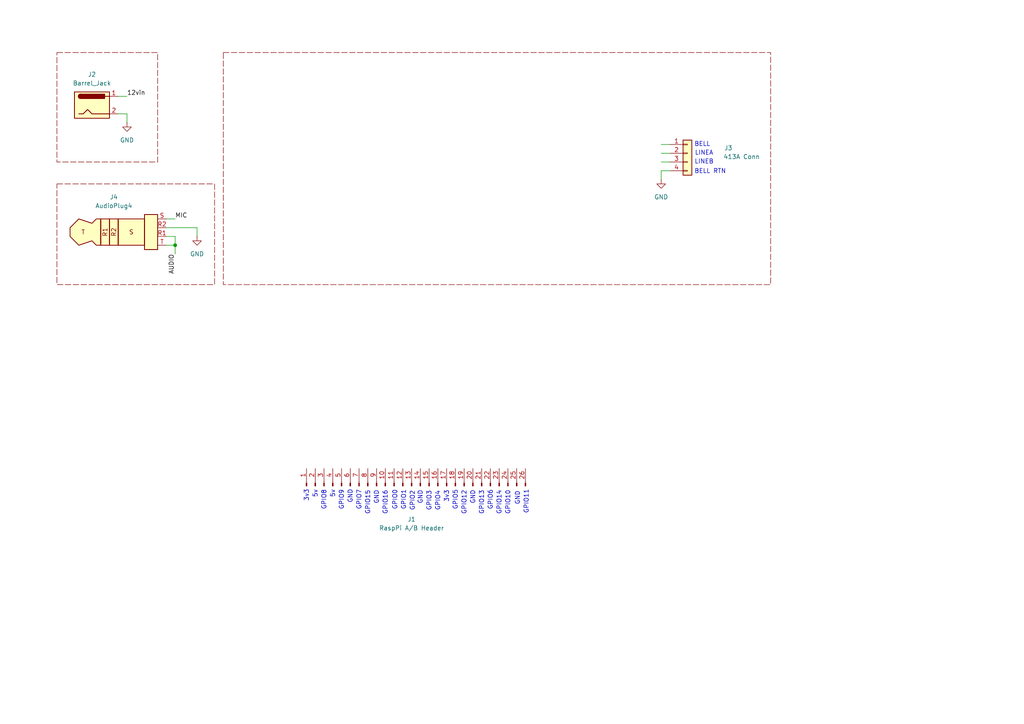
<source format=kicad_sch>
(kicad_sch (version 20250114) (generator "eeschema") (generator_version "9.0")
  (paper "A4")
  (lib_symbols
    (symbol "Connector:Barrel_Jack" (pin_names (offset 1.016))
      (property "Reference" "J" (at 0 5.334 0))
      (property "Value" "Barrel_Jack" (at 0 -5.08 0))
      (symbol "Barrel_Jack_0_1"
        (rectangle (start -5.08 3.81) (end 5.08 -3.81) (stroke (width 0.254)) (fill (type background)))
        (polyline (pts (xy -3.81 -2.54) (xy -2.54 -2.54) (xy -1.27 -1.27) (xy 0 -2.54) (xy 2.54 -2.54) (xy 5.08 -2.54)) (stroke (width 0.254)))
        (arc (start -3.302 1.905) (mid -3.9343 2.54) (end -3.302 3.175) (stroke (width 0.254)))
        (arc (start -3.302 1.905) (mid -3.9343 2.54) (end -3.302 3.175) (stroke (width 0.254)) (fill (type outline)))
        (rectangle (start 3.683 3.175) (end -3.302 1.905) (stroke (width 0.254)) (fill (type outline)))
        (polyline (pts (xy 5.08 2.54) (xy 3.81 2.54)) (stroke (width 0.254)))
      )
      (symbol "Barrel_Jack_1_1"
        (pin passive line (at 7.62 2.54 180) (length 2.54) (name "~") (number "1"))
        (pin passive line (at 7.62 -2.54 180) (length 2.54) (name "~") (number "2"))
      )
    )
    (symbol "Connector:Conn_01x26_Pin" (pin_names (offset 1.016) (hide yes))
      (property "Reference" "J" (at 0 33.02 0))
      (property "Value" "Conn_01x26_Pin" (at 0 -35.56 0))
      (symbol "Conn_01x26_Pin_1_1"
        (rectangle (start 0.8636 30.607) (end 0 30.353) (stroke (width 0.1524)) (fill (type outline)))
        (rectangle (start 0.8636 28.067) (end 0 27.813) (stroke (width 0.1524)) (fill (type outline)))
        (rectangle (start 0.8636 25.527) (end 0 25.273) (stroke (width 0.1524)) (fill (type outline)))
        (rectangle (start 0.8636 22.987) (end 0 22.733) (stroke (width 0.1524)) (fill (type outline)))
        (rectangle (start 0.8636 20.447) (end 0 20.193) (stroke (width 0.1524)) (fill (type outline)))
        (rectangle (start 0.8636 17.907) (end 0 17.653) (stroke (width 0.1524)) (fill (type outline)))
        (rectangle (start 0.8636 15.367) (end 0 15.113) (stroke (width 0.1524)) (fill (type outline)))
        (rectangle (start 0.8636 12.827) (end 0 12.573) (stroke (width 0.1524)) (fill (type outline)))
        (rectangle (start 0.8636 10.287) (end 0 10.033) (stroke (width 0.1524)) (fill (type outline)))
        (rectangle (start 0.8636 7.747) (end 0 7.493) (stroke (width 0.1524)) (fill (type outline)))
        (rectangle (start 0.8636 5.207) (end 0 4.953) (stroke (width 0.1524)) (fill (type outline)))
        (rectangle (start 0.8636 2.667) (end 0 2.413) (stroke (width 0.1524)) (fill (type outline)))
        (rectangle (start 0.8636 0.127) (end 0 -0.127) (stroke (width 0.1524)) (fill (type outline)))
        (rectangle (start 0.8636 -2.413) (end 0 -2.667) (stroke (width 0.1524)) (fill (type outline)))
        (rectangle (start 0.8636 -4.953) (end 0 -5.207) (stroke (width 0.1524)) (fill (type outline)))
        (rectangle (start 0.8636 -7.493) (end 0 -7.747) (stroke (width 0.1524)) (fill (type outline)))
        (rectangle (start 0.8636 -10.033) (end 0 -10.287) (stroke (width 0.1524)) (fill (type outline)))
        (rectangle (start 0.8636 -12.573) (end 0 -12.827) (stroke (width 0.1524)) (fill (type outline)))
        (rectangle (start 0.8636 -15.113) (end 0 -15.367) (stroke (width 0.1524)) (fill (type outline)))
        (rectangle (start 0.8636 -17.653) (end 0 -17.907) (stroke (width 0.1524)) (fill (type outline)))
        (rectangle (start 0.8636 -20.193) (end 0 -20.447) (stroke (width 0.1524)) (fill (type outline)))
        (rectangle (start 0.8636 -22.733) (end 0 -22.987) (stroke (width 0.1524)) (fill (type outline)))
        (rectangle (start 0.8636 -25.273) (end 0 -25.527) (stroke (width 0.1524)) (fill (type outline)))
        (rectangle (start 0.8636 -27.813) (end 0 -28.067) (stroke (width 0.1524)) (fill (type outline)))
        (rectangle (start 0.8636 -30.353) (end 0 -30.607) (stroke (width 0.1524)) (fill (type outline)))
        (rectangle (start 0.8636 -32.893) (end 0 -33.147) (stroke (width 0.1524)) (fill (type outline)))
        (polyline (pts (xy 1.27 30.48) (xy 0.8636 30.48)) (stroke (width 0.1524)))
        (polyline (pts (xy 1.27 27.94) (xy 0.8636 27.94)) (stroke (width 0.1524)))
        (polyline (pts (xy 1.27 25.4) (xy 0.8636 25.4)) (stroke (width 0.1524)))
        (polyline (pts (xy 1.27 22.86) (xy 0.8636 22.86)) (stroke (width 0.1524)))
        (polyline (pts (xy 1.27 20.32) (xy 0.8636 20.32)) (stroke (width 0.1524)))
        (polyline (pts (xy 1.27 17.78) (xy 0.8636 17.78)) (stroke (width 0.1524)))
        (polyline (pts (xy 1.27 15.24) (xy 0.8636 15.24)) (stroke (width 0.1524)))
        (polyline (pts (xy 1.27 12.7) (xy 0.8636 12.7)) (stroke (width 0.1524)))
        (polyline (pts (xy 1.27 10.16) (xy 0.8636 10.16)) (stroke (width 0.1524)))
        (polyline (pts (xy 1.27 7.62) (xy 0.8636 7.62)) (stroke (width 0.1524)))
        (polyline (pts (xy 1.27 5.08) (xy 0.8636 5.08)) (stroke (width 0.1524)))
        (polyline (pts (xy 1.27 2.54) (xy 0.8636 2.54)) (stroke (width 0.1524)))
        (polyline (pts (xy 1.27 0) (xy 0.8636 0)) (stroke (width 0.1524)))
        (polyline (pts (xy 1.27 -2.54) (xy 0.8636 -2.54)) (stroke (width 0.1524)))
        (polyline (pts (xy 1.27 -5.08) (xy 0.8636 -5.08)) (stroke (width 0.1524)))
        (polyline (pts (xy 1.27 -7.62) (xy 0.8636 -7.62)) (stroke (width 0.1524)))
        (polyline (pts (xy 1.27 -10.16) (xy 0.8636 -10.16)) (stroke (width 0.1524)))
        (polyline (pts (xy 1.27 -12.7) (xy 0.8636 -12.7)) (stroke (width 0.1524)))
        (polyline (pts (xy 1.27 -15.24) (xy 0.8636 -15.24)) (stroke (width 0.1524)))
        (polyline (pts (xy 1.27 -17.78) (xy 0.8636 -17.78)) (stroke (width 0.1524)))
        (polyline (pts (xy 1.27 -20.32) (xy 0.8636 -20.32)) (stroke (width 0.1524)))
        (polyline (pts (xy 1.27 -22.86) (xy 0.8636 -22.86)) (stroke (width 0.1524)))
        (polyline (pts (xy 1.27 -25.4) (xy 0.8636 -25.4)) (stroke (width 0.1524)))
        (polyline (pts (xy 1.27 -27.94) (xy 0.8636 -27.94)) (stroke (width 0.1524)))
        (polyline (pts (xy 1.27 -30.48) (xy 0.8636 -30.48)) (stroke (width 0.1524)))
        (polyline (pts (xy 1.27 -33.02) (xy 0.8636 -33.02)) (stroke (width 0.1524)))
        (pin passive line (at 5.08 30.48 180) (length 3.81) (name "Pin_1") (number "1"))
        (pin passive line (at 5.08 27.94 180) (length 3.81) (name "Pin_2") (number "2"))
        (pin passive line (at 5.08 25.4 180) (length 3.81) (name "Pin_3") (number "3"))
        (pin passive line (at 5.08 22.86 180) (length 3.81) (name "Pin_4") (number "4"))
        (pin passive line (at 5.08 20.32 180) (length 3.81) (name "Pin_5") (number "5"))
        (pin passive line (at 5.08 17.78 180) (length 3.81) (name "Pin_6") (number "6"))
        (pin passive line (at 5.08 15.24 180) (length 3.81) (name "Pin_7") (number "7"))
        (pin passive line (at 5.08 12.7 180) (length 3.81) (name "Pin_8") (number "8"))
        (pin passive line (at 5.08 10.16 180) (length 3.81) (name "Pin_9") (number "9"))
        (pin passive line (at 5.08 7.62 180) (length 3.81) (name "Pin_10") (number "10"))
        (pin passive line (at 5.08 5.08 180) (length 3.81) (name "Pin_11") (number "11"))
        (pin passive line (at 5.08 2.54 180) (length 3.81) (name "Pin_12") (number "12"))
        (pin passive line (at 5.08 0 180) (length 3.81) (name "Pin_13") (number "13"))
        (pin passive line (at 5.08 -2.54 180) (length 3.81) (name "Pin_14") (number "14"))
        (pin passive line (at 5.08 -5.08 180) (length 3.81) (name "Pin_15") (number "15"))
        (pin passive line (at 5.08 -7.62 180) (length 3.81) (name "Pin_16") (number "16"))
        (pin passive line (at 5.08 -10.16 180) (length 3.81) (name "Pin_17") (number "17"))
        (pin passive line (at 5.08 -12.7 180) (length 3.81) (name "Pin_18") (number "18"))
        (pin passive line (at 5.08 -15.24 180) (length 3.81) (name "Pin_19") (number "19"))
        (pin passive line (at 5.08 -17.78 180) (length 3.81) (name "Pin_20") (number "20"))
        (pin passive line (at 5.08 -20.32 180) (length 3.81) (name "Pin_21") (number "21"))
        (pin passive line (at 5.08 -22.86 180) (length 3.81) (name "Pin_22") (number "22"))
        (pin passive line (at 5.08 -25.4 180) (length 3.81) (name "Pin_23") (number "23"))
        (pin passive line (at 5.08 -27.94 180) (length 3.81) (name "Pin_24") (number "24"))
        (pin passive line (at 5.08 -30.48 180) (length 3.81) (name "Pin_25") (number "25"))
        (pin passive line (at 5.08 -33.02 180) (length 3.81) (name "Pin_26") (number "26"))
      )
    )
    (symbol "Connector_Audio:AudioPlug4"
      (property "Reference" "J" (at 10.16 5.08 0))
      (property "Value" "AudioPlug4" (at 11.43 -7.62 0))
      (symbol "AudioPlug4_0_0"
        (text "T" (at -8.89 -1.27 0) (effects (font (size 1.27 1.27))))
        (text "R1" (at -2.54 -1.27 900) (effects (font (size 1.27 1.27))))
        (text "R2" (at 0 -1.27 900) (effects (font (size 1.27 1.27))))
        (text "S" (at 5.08 -1.27 0) (effects (font (size 1.27 1.27))))
      )
      (symbol "AudioPlug4_0_1"
        (polyline (pts (xy -3.81 2.54) (xy -5.08 2.54) (xy -6.35 1.27) (xy -10.16 2.54) (xy -12.7 0) (xy -12.7 -2.54) (xy -10.16 -5.08) (xy -6.35 -3.81) (xy -5.08 -5.08) (xy -3.81 -5.08) (xy -3.81 2.54)) (stroke (width 0.254)) (fill (type background)))
        (rectangle (start -1.27 2.54) (end -3.81 -5.08) (stroke (width 0.254)) (fill (type background)))
        (rectangle (start 1.27 2.54) (end -1.27 -5.08) (stroke (width 0.254)) (fill (type background)))
        (rectangle (start 1.27 2.54) (end 8.89 -5.08) (stroke (width 0.254)) (fill (type background)))
        (rectangle (start 12.7 3.81) (end 8.89 -6.35) (stroke (width 0.254)) (fill (type background)))
      )
      (symbol "AudioPlug4_1_1"
        (pin passive line (at 15.24 2.54 180) (length 2.54) (name "~") (number "S"))
        (pin passive line (at 15.24 0 180) (length 2.54) (name "~") (number "R2"))
        (pin passive line (at 15.24 -2.54 180) (length 2.54) (name "~") (number "R1"))
        (pin passive line (at 15.24 -5.08 180) (length 2.54) (name "~") (number "T"))
      )
    )
    (symbol "Connector_Generic:Conn_01x04" (pin_names (offset 1.016) (hide yes))
      (property "Reference" "J" (at 0 5.08 0))
      (property "Value" "Conn_01x04" (at 0 -7.62 0))
      (symbol "Conn_01x04_1_1"
        (rectangle (start -1.27 3.81) (end 1.27 -6.35) (stroke (width 0.254)) (fill (type background)))
        (rectangle (start -1.27 2.667) (end 0 2.413) (stroke (width 0.1524)))
        (rectangle (start -1.27 0.127) (end 0 -0.127) (stroke (width 0.1524)))
        (rectangle (start -1.27 -2.413) (end 0 -2.667) (stroke (width 0.1524)))
        (rectangle (start -1.27 -4.953) (end 0 -5.207) (stroke (width 0.1524)))
        (pin passive line (at -5.08 2.54 0) (length 3.81) (name "Pin_1") (number "1"))
        (pin passive line (at -5.08 0 0) (length 3.81) (name "Pin_2") (number "2"))
        (pin passive line (at -5.08 -2.54 0) (length 3.81) (name "Pin_3") (number "3"))
        (pin passive line (at -5.08 -5.08 0) (length 3.81) (name "Pin_4") (number "4"))
      )
    )
    (symbol "power:GND" (power) (pin_numbers (hide yes)) (pin_names (offset 0) (hide yes))
      (property "Value" "GND" (at 0 -3.81 0))
      (symbol "GND_0_1"
        (polyline (pts (xy 0 0) (xy 0 -1.27) (xy 1.27 -1.27) (xy 0 -2.54) (xy -1.27 -1.27) (xy 0 -1.27)))
      )
      (symbol "GND_1_1"
        (pin power_in line (at 0 0 270) (length 0) (name "~") (number "1"))
      )
    )
  )
  (rectangle (start 16.51 53.34) (end 62.23 82.55) (stroke (width 0) (type dash) (color 132 0 0 1)))
  (rectangle (start 64.77 15.24) (end 223.52 82.55) (stroke (width 0) (type dash) (color 132 0 0 1)))
  (rectangle (start 16.51 15.24) (end 45.72 46.99) (stroke (width 0) (type dash) (color 132 0 0 1)))
  (text "GPIO8" (at 93.98 145.034 90) (effects (font (size 1.27 1.27))))
  (text "3v3\n" (at 88.9 143.764 90) (effects (font (size 1.27 1.27))))
  (text "GPIO10" (at 147.32 145.796 90) (effects (font (size 1.27 1.27))))
  (text "5v" (at 91.44 143.256 90) (effects (font (size 1.27 1.27))))
  (text "3v3\n" (at 129.54 144.018 90) (effects (font (size 1.27 1.27))))
  (text "GND" (at 109.22 144.272 90) (effects (font (size 1.27 1.27))))
  (text "GPIO14" (at 144.78 145.796 90) (effects (font (size 1.27 1.27))))
  (text "GPIO11" (at 152.654 145.542 90) (effects (font (size 1.27 1.27))))
  (text "BELL" (at 203.708 41.91 0) (effects (font (size 1.27 1.27))))
  (text "GPIO9" (at 99.06 145.034 90) (effects (font (size 1.27 1.27))))
  (text "GPIO4" (at 127 145.288 90) (effects (font (size 1.27 1.27))))
  (text "GPIO2" (at 119.634 145.288 90) (effects (font (size 1.27 1.27))))
  (text "GND" (at 121.92 144.272 90) (effects (font (size 1.27 1.27))))
  (text "GPIO1" (at 117.094 145.034 90) (effects (font (size 1.27 1.27))))
  (text "GPIO16" (at 111.76 145.796 90) (effects (font (size 1.27 1.27))))
  (text "GPIO0" (at 114.554 145.034 90) (effects (font (size 1.27 1.27))))
  (text "5v" (at 96.52 143.256 90) (effects (font (size 1.27 1.27))))
  (text "GND" (at 101.6 144.018 90) (effects (font (size 1.27 1.27))))
  (text "GPIO12" (at 134.62 145.796 90) (effects (font (size 1.27 1.27))))
  (text "BELL RTN\n" (at 205.994 49.784 0) (effects (font (size 1.27 1.27))))
  (text "GND" (at 150.114 144.526 90) (effects (font (size 1.27 1.27))))
  (text "LINEA\n" (at 204.216 44.45 0) (effects (font (size 1.27 1.27))))
  (text "LINEB" (at 204.216 46.99 0) (effects (font (size 1.27 1.27))))
  (text "GPIO6" (at 142.24 145.034 90) (effects (font (size 1.27 1.27))))
  (text "GPIO15" (at 106.68 145.796 90) (effects (font (size 1.27 1.27))))
  (text "GPIO5" (at 132.08 145.034 90) (effects (font (size 1.27 1.27))))
  (text "GPIO13" (at 139.7 145.796 90) (effects (font (size 1.27 1.27))))
  (text "GPIO3" (at 124.46 145.288 90) (effects (font (size 1.27 1.27))))
  (text "GPIO7" (at 104.14 145.034 90) (effects (font (size 1.27 1.27))))
  (text "GND" (at 137.16 144.272 90) (effects (font (size 1.27 1.27))))
  (junction (at 50.8 71.12))
  (wire (pts (xy 36.83 33.02) (xy 36.83 35.56)))
  (wire (pts (xy 191.77 46.99) (xy 194.31 46.99)))
  (wire (pts (xy 48.26 71.12) (xy 50.8 71.12)))
  (wire (pts (xy 191.77 41.91) (xy 194.31 41.91)))
  (wire (pts (xy 191.77 44.45) (xy 194.31 44.45)))
  (wire (pts (xy 34.29 27.94) (xy 36.83 27.94)))
  (wire (pts (xy 48.26 68.58) (xy 50.8 68.58)))
  (wire (pts (xy 191.77 49.53) (xy 194.31 49.53)))
  (wire (pts (xy 191.77 52.07) (xy 191.77 49.53)))
  (wire (pts (xy 34.29 33.02) (xy 36.83 33.02)))
  (wire (pts (xy 48.26 66.04) (xy 57.15 66.04)))
  (wire (pts (xy 57.15 68.58) (xy 57.15 66.04)))
  (wire (pts (xy 50.8 68.58) (xy 50.8 71.12)))
  (wire (pts (xy 50.8 71.12) (xy 50.8 73.66)))
  (wire (pts (xy 48.26 63.5) (xy 50.8 63.5)))
  (label "12vin" (at 36.83 27.94 0))
  (label "MIC" (at 50.8 63.5 0))
  (label "AUDIO" (at 50.8 73.66 270))
  (symbol (lib_id "Connector_Audio:AudioPlug4") (at 33.02 66.04 0) (unit 1)
    (property "Reference" "J4" (at 33.02 57.15 0))
    (property "Value" "AudioPlug4" (at 33.02 59.69 0))
    (property "Description" "Audio Jack, 4 Poles (Stereo / TRRS)" (effects (hide yes)))
  )
  (symbol (lib_id "power:GND") (at 191.77 52.07 0) (unit 1)
    (property "Reference" "#PWR02" (effects (hide yes)))
    (property "Value" "GND" (at 191.77 57.15 0))
    (property "Description" "Power symbol creates a global label with name \"GND\" , ground" (effects (hide yes)))
  )
  (symbol (lib_id "Connector:Conn_01x26_Pin") (at 119.38 140.97 90) (unit 1)
    (property "Reference" "J1" (at 119.38 150.622 90))
    (property "Value" "RaspPi A/B Header" (at 119.38 153.162 90))
    (property "Description" "Generic connector, single row, 01x26, script generated" (effects (hide yes)))
  )
  (symbol (lib_id "Connector:Barrel_Jack") (at 26.67 30.48 0) (unit 1)
    (property "Reference" "J2" (at 26.67 21.59 0))
    (property "Value" "Barrel_Jack" (at 26.67 24.13 0))
    (property "Description" "DC Barrel Jack" (effects (hide yes)))
  )
  (symbol (lib_id "power:GND") (at 57.15 68.58 0) (unit 1)
    (property "Reference" "#PWR03" (effects (hide yes)))
    (property "Value" "GND" (at 57.15 73.66 0))
    (property "Description" "Power symbol creates a global label with name \"GND\" , ground" (effects (hide yes)))
  )
  (symbol (lib_id "Connector_Generic:Conn_01x04") (at 199.39 44.45 0) (unit 1)
    (property "Reference" "J3" (at 210.058 42.926 0) (effects (justify left)))
    (property "Value" "413A Conn" (at 209.804 45.466 0) (effects (justify left)))
    (property "Description" "Generic connector, single row, 01x04, script generated (kicad-library-utils/schlib/autogen/connector/)" (effects (hide yes)))
  )
  (symbol (lib_id "power:GND") (at 36.83 35.56 0) (unit 1)
    (property "Reference" "#PWR01" (effects (hide yes)))
    (property "Value" "GND" (at 36.83 40.64 0))
    (property "Description" "Power symbol creates a global label with name \"GND\" , ground" (effects (hide yes)))
  )
)
</source>
